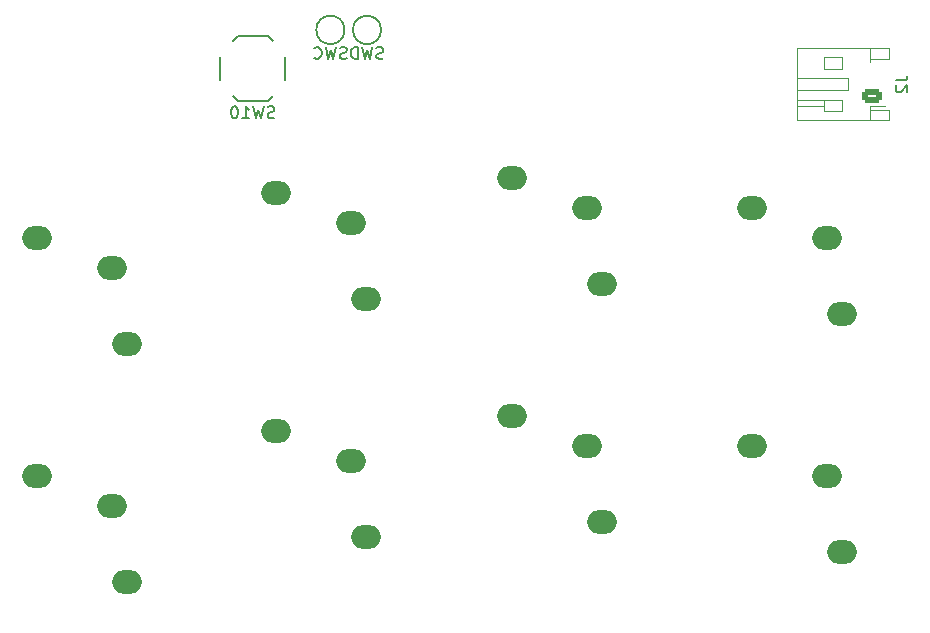
<source format=gbo>
G04 #@! TF.GenerationSoftware,KiCad,Pcbnew,6.0.7-1.fc36*
G04 #@! TF.CreationDate,2022-10-12T21:36:36-05:00*
G04 #@! TF.ProjectId,ardux_mini,61726475-785f-46d6-996e-692e6b696361,rev?*
G04 #@! TF.SameCoordinates,Original*
G04 #@! TF.FileFunction,Legend,Bot*
G04 #@! TF.FilePolarity,Positive*
%FSLAX46Y46*%
G04 Gerber Fmt 4.6, Leading zero omitted, Abs format (unit mm)*
G04 Created by KiCad (PCBNEW 6.0.7-1.fc36) date 2022-10-12 21:36:36*
%MOMM*%
%LPD*%
G01*
G04 APERTURE LIST*
G04 Aperture macros list*
%AMRoundRect*
0 Rectangle with rounded corners*
0 $1 Rounding radius*
0 $2 $3 $4 $5 $6 $7 $8 $9 X,Y pos of 4 corners*
0 Add a 4 corners polygon primitive as box body*
4,1,4,$2,$3,$4,$5,$6,$7,$8,$9,$2,$3,0*
0 Add four circle primitives for the rounded corners*
1,1,$1+$1,$2,$3*
1,1,$1+$1,$4,$5*
1,1,$1+$1,$6,$7*
1,1,$1+$1,$8,$9*
0 Add four rect primitives between the rounded corners*
20,1,$1+$1,$2,$3,$4,$5,0*
20,1,$1+$1,$4,$5,$6,$7,0*
20,1,$1+$1,$6,$7,$8,$9,0*
20,1,$1+$1,$8,$9,$2,$3,0*%
G04 Aperture macros list end*
%ADD10C,0.150000*%
%ADD11C,0.152400*%
%ADD12C,0.120000*%
%ADD13O,2.500000X2.000000*%
%ADD14RoundRect,0.250000X0.625000X-0.350000X0.625000X0.350000X-0.625000X0.350000X-0.625000X-0.350000X0*%
%ADD15O,1.750000X1.200000*%
%ADD16C,4.000000*%
%ADD17C,2.100000*%
%ADD18C,1.900000*%
%ADD19C,0.700000*%
%ADD20O,1.000000X1.600000*%
%ADD21O,1.000000X2.100000*%
%ADD22C,0.650000*%
%ADD23C,0.500000*%
%ADD24C,2.000000*%
%ADD25R,1.700000X1.000000*%
G04 APERTURE END LIST*
D10*
X97352380Y-20566666D02*
X98066666Y-20566666D01*
X98209523Y-20519047D01*
X98304761Y-20423809D01*
X98352380Y-20280952D01*
X98352380Y-20185714D01*
X97447619Y-20995238D02*
X97400000Y-21042857D01*
X97352380Y-21138095D01*
X97352380Y-21376190D01*
X97400000Y-21471428D01*
X97447619Y-21519047D01*
X97542857Y-21566666D01*
X97638095Y-21566666D01*
X97780952Y-21519047D01*
X98352380Y-20947619D01*
X98352380Y-21566666D01*
D11*
X53978857Y-18709238D02*
X53833714Y-18757619D01*
X53591809Y-18757619D01*
X53495047Y-18709238D01*
X53446666Y-18660857D01*
X53398285Y-18564095D01*
X53398285Y-18467333D01*
X53446666Y-18370571D01*
X53495047Y-18322190D01*
X53591809Y-18273809D01*
X53785333Y-18225428D01*
X53882095Y-18177047D01*
X53930476Y-18128666D01*
X53978857Y-18031904D01*
X53978857Y-17935142D01*
X53930476Y-17838380D01*
X53882095Y-17790000D01*
X53785333Y-17741619D01*
X53543428Y-17741619D01*
X53398285Y-17790000D01*
X53059619Y-17741619D02*
X52817714Y-18757619D01*
X52624190Y-18031904D01*
X52430666Y-18757619D01*
X52188761Y-17741619D01*
X51801714Y-18757619D02*
X51801714Y-17741619D01*
X51559809Y-17741619D01*
X51414666Y-17790000D01*
X51317904Y-17886761D01*
X51269523Y-17983523D01*
X51221142Y-18177047D01*
X51221142Y-18322190D01*
X51269523Y-18515714D01*
X51317904Y-18612476D01*
X51414666Y-18709238D01*
X51559809Y-18757619D01*
X51801714Y-18757619D01*
X44764476Y-23719238D02*
X44619333Y-23767619D01*
X44377428Y-23767619D01*
X44280666Y-23719238D01*
X44232285Y-23670857D01*
X44183904Y-23574095D01*
X44183904Y-23477333D01*
X44232285Y-23380571D01*
X44280666Y-23332190D01*
X44377428Y-23283809D01*
X44570952Y-23235428D01*
X44667714Y-23187047D01*
X44716095Y-23138666D01*
X44764476Y-23041904D01*
X44764476Y-22945142D01*
X44716095Y-22848380D01*
X44667714Y-22800000D01*
X44570952Y-22751619D01*
X44329047Y-22751619D01*
X44183904Y-22800000D01*
X43845238Y-22751619D02*
X43603333Y-23767619D01*
X43409809Y-23041904D01*
X43216285Y-23767619D01*
X42974380Y-22751619D01*
X42055142Y-23767619D02*
X42635714Y-23767619D01*
X42345428Y-23767619D02*
X42345428Y-22751619D01*
X42442190Y-22896761D01*
X42538952Y-22993523D01*
X42635714Y-23041904D01*
X41426190Y-22751619D02*
X41329428Y-22751619D01*
X41232666Y-22800000D01*
X41184285Y-22848380D01*
X41135904Y-22945142D01*
X41087523Y-23138666D01*
X41087523Y-23380571D01*
X41135904Y-23574095D01*
X41184285Y-23670857D01*
X41232666Y-23719238D01*
X41329428Y-23767619D01*
X41426190Y-23767619D01*
X41522952Y-23719238D01*
X41571333Y-23670857D01*
X41619714Y-23574095D01*
X41668095Y-23380571D01*
X41668095Y-23138666D01*
X41619714Y-22945142D01*
X41571333Y-22848380D01*
X41522952Y-22800000D01*
X41426190Y-22751619D01*
X50878857Y-18709238D02*
X50733714Y-18757619D01*
X50491809Y-18757619D01*
X50395047Y-18709238D01*
X50346666Y-18660857D01*
X50298285Y-18564095D01*
X50298285Y-18467333D01*
X50346666Y-18370571D01*
X50395047Y-18322190D01*
X50491809Y-18273809D01*
X50685333Y-18225428D01*
X50782095Y-18177047D01*
X50830476Y-18128666D01*
X50878857Y-18031904D01*
X50878857Y-17935142D01*
X50830476Y-17838380D01*
X50782095Y-17790000D01*
X50685333Y-17741619D01*
X50443428Y-17741619D01*
X50298285Y-17790000D01*
X49959619Y-17741619D02*
X49717714Y-18757619D01*
X49524190Y-18031904D01*
X49330666Y-18757619D01*
X49088761Y-17741619D01*
X48121142Y-18660857D02*
X48169523Y-18709238D01*
X48314666Y-18757619D01*
X48411428Y-18757619D01*
X48556571Y-18709238D01*
X48653333Y-18612476D01*
X48701714Y-18515714D01*
X48750095Y-18322190D01*
X48750095Y-18177047D01*
X48701714Y-17983523D01*
X48653333Y-17886761D01*
X48556571Y-17790000D01*
X48411428Y-17741619D01*
X48314666Y-17741619D01*
X48169523Y-17790000D01*
X48121142Y-17838380D01*
D12*
X88990000Y-21400000D02*
X93350000Y-21400000D01*
X91250000Y-22200000D02*
X88990000Y-22200000D01*
X91250000Y-22200000D02*
X92850000Y-22200000D01*
X95210000Y-22760000D02*
X96425000Y-22760000D01*
X88990000Y-17840000D02*
X96810000Y-17840000D01*
X96810000Y-23960000D02*
X88990000Y-23960000D01*
X91250000Y-19600000D02*
X92850000Y-19600000D01*
X95210000Y-17840000D02*
X95210000Y-18760000D01*
X93350000Y-20400000D02*
X88990000Y-20400000D01*
X95210000Y-18760000D02*
X95210000Y-19040000D01*
X88990000Y-23960000D02*
X88990000Y-17840000D01*
X91250000Y-23200000D02*
X91250000Y-22200000D01*
X91250000Y-22700000D02*
X88990000Y-22700000D01*
X96810000Y-23040000D02*
X96810000Y-23960000D01*
X92850000Y-22200000D02*
X92850000Y-23200000D01*
X95210000Y-23040000D02*
X96810000Y-23040000D01*
X95210000Y-22760000D02*
X95210000Y-23040000D01*
X91250000Y-18600000D02*
X91250000Y-19600000D01*
X92850000Y-23200000D02*
X91250000Y-23200000D01*
X93350000Y-21400000D02*
X93350000Y-20400000D01*
X95210000Y-23960000D02*
X95210000Y-23040000D01*
X92850000Y-18600000D02*
X91250000Y-18600000D01*
X92850000Y-19600000D02*
X92850000Y-18600000D01*
X96810000Y-17840000D02*
X96810000Y-18760000D01*
X96810000Y-18760000D02*
X95210000Y-18760000D01*
D11*
X53800000Y-16300000D02*
G75*
G03*
X53800000Y-16300000I-1200000J0D01*
G01*
X45676000Y-20558000D02*
X45676000Y-18558000D01*
X41226000Y-21858000D02*
X41676000Y-22308000D01*
X44626000Y-21858000D02*
X44176000Y-22308000D01*
X44626000Y-17258000D02*
X44176000Y-16808000D01*
X41226000Y-17258000D02*
X41676000Y-16808000D01*
X40176000Y-20558000D02*
X40176000Y-18558000D01*
X41676000Y-22308000D02*
X44176000Y-22308000D01*
X41676000Y-16808000D02*
X44176000Y-16808000D01*
X50700000Y-16300000D02*
G75*
G03*
X50700000Y-16300000I-1200000J0D01*
G01*
D13*
X52492974Y-59272000D03*
X51202974Y-52832000D03*
X44852974Y-50292000D03*
X47392974Y-61272000D03*
X92847974Y-60542000D03*
X91557974Y-54102000D03*
X87747974Y-62542000D03*
X85207974Y-51562000D03*
X31002974Y-56642000D03*
X32292974Y-63082000D03*
X27192974Y-65082000D03*
X24652974Y-54102000D03*
X72527974Y-58002000D03*
X71237974Y-51562000D03*
X64887974Y-49022000D03*
X67427974Y-60002000D03*
X52492974Y-39072000D03*
X51202974Y-32632000D03*
X47392974Y-41072000D03*
X44852974Y-30092000D03*
X71237974Y-31362000D03*
X72527974Y-37802000D03*
X67427974Y-39802000D03*
X64887974Y-28822000D03*
X92847974Y-40342000D03*
X91557974Y-33902000D03*
X87747974Y-42342000D03*
X85207974Y-31362000D03*
X31002974Y-36442000D03*
X32292974Y-42882000D03*
X27192974Y-44882000D03*
X24652974Y-33902000D03*
%LPC*%
D14*
X95350000Y-21900000D03*
D15*
X95350000Y-19900000D03*
D16*
X47392974Y-55372000D03*
D17*
X52892974Y-55372000D03*
X41892974Y-55372000D03*
D18*
X52472974Y-55372000D03*
X42312974Y-55372000D03*
D13*
X43582974Y-52832000D03*
X42292974Y-59272000D03*
X49932974Y-50292000D03*
X47392974Y-61272000D03*
D18*
X82667974Y-56642000D03*
D17*
X82247974Y-56642000D03*
X93247974Y-56642000D03*
D16*
X87747974Y-56642000D03*
D18*
X92827974Y-56642000D03*
D13*
X83937974Y-54102000D03*
X82647974Y-60542000D03*
X87747974Y-62542000D03*
X90287974Y-51562000D03*
D17*
X21692974Y-59182000D03*
D18*
X22112974Y-59182000D03*
X32272974Y-59182000D03*
D16*
X27192974Y-59182000D03*
D17*
X32692974Y-59182000D03*
D13*
X22092974Y-63082000D03*
X23382974Y-56642000D03*
X27192974Y-65082000D03*
X29732974Y-54102000D03*
D18*
X62347974Y-54102000D03*
D17*
X61927974Y-54102000D03*
D16*
X67427974Y-54102000D03*
D17*
X72927974Y-54102000D03*
D18*
X72507974Y-54102000D03*
D13*
X63617974Y-51562000D03*
X62327974Y-58002000D03*
X67427974Y-60002000D03*
X69967974Y-49022000D03*
D19*
X85850000Y-16487500D03*
X88750000Y-16487500D03*
D16*
X47392974Y-35172000D03*
D18*
X52472974Y-35172000D03*
X42312974Y-35172000D03*
D17*
X41892974Y-35172000D03*
X52892974Y-35172000D03*
D13*
X43582974Y-32632000D03*
X42292974Y-39072000D03*
X47392974Y-41072000D03*
X49932974Y-30092000D03*
D20*
X69282292Y-14341870D03*
D21*
X69282292Y-18521870D03*
D20*
X77922292Y-14341870D03*
D21*
X77922292Y-18521870D03*
D22*
X76492292Y-17991870D03*
X70712292Y-17991870D03*
D17*
X72927974Y-33902000D03*
X61927974Y-33902000D03*
D16*
X67427974Y-33902000D03*
D18*
X62347974Y-33902000D03*
X72507974Y-33902000D03*
D13*
X62327974Y-37802000D03*
X63617974Y-31362000D03*
X67427974Y-39802000D03*
X69967974Y-28822000D03*
D18*
X92827974Y-36442000D03*
X82667974Y-36442000D03*
D17*
X93247974Y-36442000D03*
X82247974Y-36442000D03*
D16*
X87747974Y-36442000D03*
D13*
X83937974Y-33902000D03*
X82647974Y-40342000D03*
X90287974Y-31362000D03*
X87747974Y-42342000D03*
D17*
X32692974Y-38982000D03*
X21692974Y-38982000D03*
D18*
X22112974Y-38982000D03*
D16*
X27192974Y-38982000D03*
D18*
X32272974Y-38982000D03*
D13*
X22092974Y-42882000D03*
X23382974Y-36442000D03*
X27192974Y-44882000D03*
X29732974Y-33902000D03*
D23*
X18129974Y-22141000D03*
X27739974Y-22141000D03*
X26139974Y-22141000D03*
X22939974Y-22141000D03*
X30939974Y-22141000D03*
X24539974Y-22141000D03*
X21339974Y-22141000D03*
X16539974Y-22141000D03*
X29339974Y-22141000D03*
D24*
X52600000Y-16300000D03*
D25*
X46076000Y-21458000D03*
X39776000Y-21458000D03*
X46076000Y-17658000D03*
X39776000Y-17658000D03*
D24*
X49500000Y-16300000D03*
M02*

</source>
